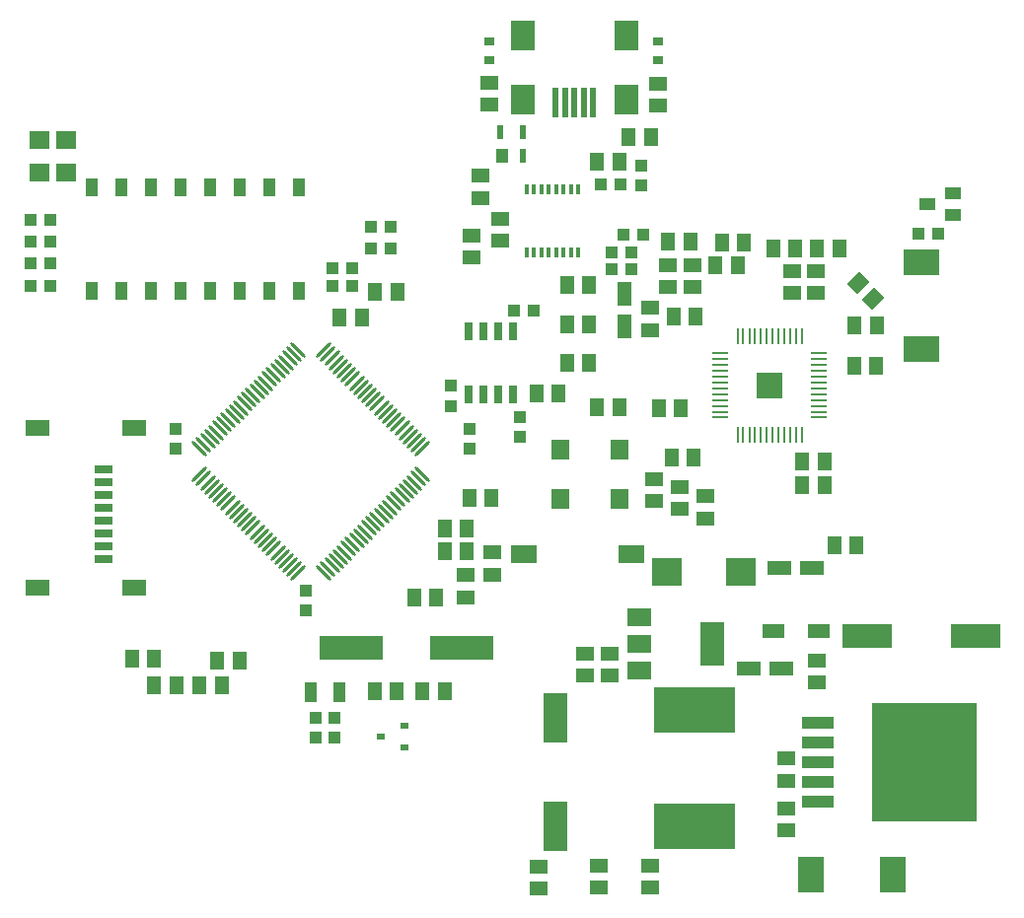
<source format=gtp>
G04 Layer_Color=8421504*
%FSLAX42Y42*%
%MOMM*%
G71*
G01*
G75*
%ADD10R,1.40X1.00*%
%ADD11R,0.70X0.60*%
%ADD12R,2.01X1.50*%
%ADD13R,2.01X3.81*%
%ADD14R,2.60X2.40*%
%ADD15R,1.50X1.30*%
%ADD16R,1.10X1.00*%
%ADD17R,1.30X1.50*%
G04:AMPARAMS|DCode=18|XSize=1.5mm|YSize=1.3mm|CornerRadius=0mm|HoleSize=0mm|Usage=FLASHONLY|Rotation=45.000|XOffset=0mm|YOffset=0mm|HoleType=Round|Shape=Rectangle|*
%AMROTATEDRECTD18*
4,1,4,-0.07,-0.99,-0.99,-0.07,0.07,0.99,0.99,0.07,-0.07,-0.99,0.0*
%
%ADD18ROTATEDRECTD18*%

%ADD19R,1.80X1.60*%
%ADD20R,1.00X1.10*%
%ADD21R,0.65X1.52*%
%ADD22R,0.60X2.50*%
%ADD23R,2.00X2.50*%
%ADD24R,0.99X1.30*%
%ADD25R,0.59X1.30*%
%ADD26R,2.18X1.60*%
%ADD27R,0.95X0.80*%
%ADD28R,1.20X2.00*%
%ADD29R,2.00X1.20*%
%ADD30R,5.50X2.00*%
%ADD31R,1.10X1.50*%
%ADD32R,1.95X1.25*%
%ADD33R,2.20X3.15*%
%ADD34R,8.94X10.16*%
%ADD35R,2.69X1.02*%
%ADD36R,1.47X0.28*%
%ADD37R,0.28X1.47*%
%ADD38R,2.21X2.21*%
%ADD39R,0.41X0.91*%
%ADD40R,1.60X1.80*%
%ADD41R,7.00X4.00*%
%ADD42R,4.30X2.10*%
%ADD43R,2.00X1.45*%
%ADD44R,1.50X0.80*%
%ADD45R,1.00X1.80*%
%ADD46R,3.10X2.30*%
%ADD47R,2.10X4.30*%
G04:AMPARAMS|DCode=48|XSize=0.3mm|YSize=1.8mm|CornerRadius=0mm|HoleSize=0mm|Usage=FLASHONLY|Rotation=225.000|XOffset=0mm|YOffset=0mm|HoleType=Round|Shape=Round|*
%AMOVALD48*
21,1,1.50,0.30,0.00,0.00,315.0*
1,1,0.30,-0.53,0.53*
1,1,0.30,0.53,-0.53*
%
%ADD48OVALD48*%

G04:AMPARAMS|DCode=49|XSize=0.3mm|YSize=1.8mm|CornerRadius=0mm|HoleSize=0mm|Usage=FLASHONLY|Rotation=135.000|XOffset=0mm|YOffset=0mm|HoleType=Round|Shape=Round|*
%AMOVALD49*
21,1,1.50,0.30,0.00,0.00,225.0*
1,1,0.30,0.53,0.53*
1,1,0.30,-0.53,-0.53*
%
%ADD49OVALD49*%

D10*
X8080Y6245D02*
D03*
Y6435D02*
D03*
X7860Y6340D02*
D03*
D11*
X3370Y1675D02*
D03*
Y1865D02*
D03*
X3170Y1770D02*
D03*
D12*
X5385Y2796D02*
D03*
Y2567D02*
D03*
Y2339D02*
D03*
D13*
X6015Y2570D02*
D03*
D14*
X6260Y3180D02*
D03*
X5620D02*
D03*
D15*
X5130Y2295D02*
D03*
Y2485D02*
D03*
X5040Y475D02*
D03*
Y665D02*
D03*
X4520Y465D02*
D03*
Y655D02*
D03*
X5480Y475D02*
D03*
Y665D02*
D03*
X6910Y2235D02*
D03*
Y2425D02*
D03*
X6900Y5770D02*
D03*
Y5580D02*
D03*
X6700Y5770D02*
D03*
Y5580D02*
D03*
X5510Y3790D02*
D03*
Y3980D02*
D03*
X5730Y3725D02*
D03*
Y3915D02*
D03*
X5950Y3645D02*
D03*
Y3835D02*
D03*
X5840Y5820D02*
D03*
Y5630D02*
D03*
X5630Y5820D02*
D03*
Y5630D02*
D03*
X6650Y1155D02*
D03*
Y965D02*
D03*
X6650Y1390D02*
D03*
Y1580D02*
D03*
X5550Y7375D02*
D03*
Y7185D02*
D03*
X4100Y7385D02*
D03*
Y7195D02*
D03*
X4190Y6025D02*
D03*
Y6215D02*
D03*
X3950Y6075D02*
D03*
Y5885D02*
D03*
X3900Y2965D02*
D03*
Y3155D02*
D03*
X4020Y6395D02*
D03*
Y6585D02*
D03*
X4920Y2295D02*
D03*
Y2485D02*
D03*
X4127Y3350D02*
D03*
Y3160D02*
D03*
X5480Y5450D02*
D03*
Y5260D02*
D03*
D16*
X7955Y6090D02*
D03*
X7785D02*
D03*
X2755Y5640D02*
D03*
X2925D02*
D03*
X2755Y5790D02*
D03*
X2925D02*
D03*
X3085Y5960D02*
D03*
X3255D02*
D03*
X3085Y6150D02*
D03*
X3255D02*
D03*
X335Y6210D02*
D03*
X165D02*
D03*
X335Y6020D02*
D03*
X165D02*
D03*
X335Y5830D02*
D03*
X165D02*
D03*
X335Y5640D02*
D03*
X165D02*
D03*
X5250Y6080D02*
D03*
X5420D02*
D03*
X5320Y5930D02*
D03*
X5150D02*
D03*
Y5780D02*
D03*
X5320D02*
D03*
X4315Y5430D02*
D03*
X4485D02*
D03*
X5225Y6510D02*
D03*
X5055D02*
D03*
D17*
X1225Y2210D02*
D03*
X1415D02*
D03*
X1225Y2440D02*
D03*
X1035D02*
D03*
X1805Y2210D02*
D03*
X1615D02*
D03*
X6095Y6010D02*
D03*
X6285D02*
D03*
X4765Y5310D02*
D03*
X4955D02*
D03*
X4765Y4980D02*
D03*
X4955D02*
D03*
X4765Y5650D02*
D03*
X4955D02*
D03*
X4505Y4720D02*
D03*
X4695D02*
D03*
X7420Y4950D02*
D03*
X7230D02*
D03*
X3455Y2960D02*
D03*
X3645D02*
D03*
X5295Y6920D02*
D03*
X5485D02*
D03*
X5215Y6710D02*
D03*
X5025D02*
D03*
X7250Y3415D02*
D03*
X7060D02*
D03*
X3715Y3360D02*
D03*
X3905D02*
D03*
X3715Y3560D02*
D03*
X3905D02*
D03*
X4120Y3820D02*
D03*
X3930D02*
D03*
X2815Y5370D02*
D03*
X3005D02*
D03*
X3310Y5590D02*
D03*
X3120D02*
D03*
X3115Y2160D02*
D03*
X3305D02*
D03*
X3525D02*
D03*
X3715D02*
D03*
X6975Y3930D02*
D03*
X6785D02*
D03*
X6975Y4130D02*
D03*
X6785D02*
D03*
X5680Y5380D02*
D03*
X5870D02*
D03*
X5555Y4590D02*
D03*
X5745D02*
D03*
X1955Y2420D02*
D03*
X1765D02*
D03*
X5025Y4600D02*
D03*
X5215D02*
D03*
X5665Y4170D02*
D03*
X5855D02*
D03*
X6725Y5960D02*
D03*
X6535D02*
D03*
X7425Y5300D02*
D03*
X7235D02*
D03*
X5635Y6020D02*
D03*
X5825D02*
D03*
X7105Y5960D02*
D03*
X6915D02*
D03*
X6040Y5820D02*
D03*
X6230D02*
D03*
D18*
X7397Y5533D02*
D03*
X7263Y5667D02*
D03*
D19*
X470Y6610D02*
D03*
Y6890D02*
D03*
X238Y6609D02*
D03*
Y6889D02*
D03*
D20*
X3770Y4780D02*
D03*
Y4610D02*
D03*
X2770Y1935D02*
D03*
Y1765D02*
D03*
X2610Y1935D02*
D03*
Y1765D02*
D03*
X5400Y6505D02*
D03*
Y6675D02*
D03*
X4360Y4510D02*
D03*
Y4340D02*
D03*
X3930Y4245D02*
D03*
Y4415D02*
D03*
X2527Y3020D02*
D03*
Y2850D02*
D03*
X1410Y4245D02*
D03*
Y4415D02*
D03*
D21*
X4300Y4709D02*
D03*
X4173D02*
D03*
X4046D02*
D03*
X3919D02*
D03*
Y5251D02*
D03*
X4046D02*
D03*
X4173D02*
D03*
X4300D02*
D03*
D22*
X4990Y7212D02*
D03*
X4910D02*
D03*
X4830D02*
D03*
X4750D02*
D03*
X4670D02*
D03*
D23*
X5275Y7242D02*
D03*
X4385D02*
D03*
X5275Y7787D02*
D03*
X4385D02*
D03*
D24*
X4214Y6757D02*
D03*
D25*
X4386D02*
D03*
Y6962D02*
D03*
X4194D02*
D03*
D26*
X5320Y3340D02*
D03*
X4400D02*
D03*
D27*
X4100Y7580D02*
D03*
Y7740D02*
D03*
X5550Y7580D02*
D03*
Y7740D02*
D03*
D28*
X5260Y5290D02*
D03*
Y5570D02*
D03*
D29*
X6870Y3220D02*
D03*
X6590D02*
D03*
X6610Y2350D02*
D03*
X6330D02*
D03*
D30*
X3865Y2530D02*
D03*
X2915D02*
D03*
D31*
X2466Y6490D02*
D03*
X2212D02*
D03*
X1958D02*
D03*
X1704D02*
D03*
X1450D02*
D03*
X1196D02*
D03*
X942Y5600D02*
D03*
X1196D02*
D03*
X688D02*
D03*
X1958D02*
D03*
X2466D02*
D03*
X688Y6490D02*
D03*
X942D02*
D03*
X2212Y5600D02*
D03*
X1450D02*
D03*
X1704D02*
D03*
D32*
X6538Y2677D02*
D03*
X6928D02*
D03*
D33*
X6860Y582D02*
D03*
X7560D02*
D03*
D34*
X7838Y1550D02*
D03*
D35*
X6918Y1210D02*
D03*
Y1380D02*
D03*
Y1550D02*
D03*
Y1720D02*
D03*
Y1890D02*
D03*
D36*
X6927Y4511D02*
D03*
Y4559D02*
D03*
Y4610D02*
D03*
Y4661D02*
D03*
Y4709D02*
D03*
Y4760D02*
D03*
Y4811D02*
D03*
Y4861D02*
D03*
Y4910D02*
D03*
Y4961D02*
D03*
Y5011D02*
D03*
Y5060D02*
D03*
X6084D02*
D03*
Y5011D02*
D03*
Y4961D02*
D03*
Y4910D02*
D03*
Y4861D02*
D03*
Y4811D02*
D03*
Y4760D02*
D03*
Y4709D02*
D03*
Y4661D02*
D03*
Y4610D02*
D03*
Y4559D02*
D03*
Y4511D02*
D03*
D37*
X6780Y5207D02*
D03*
X6732D02*
D03*
X6681D02*
D03*
X6630D02*
D03*
X6582D02*
D03*
X6531D02*
D03*
X6480D02*
D03*
X6430D02*
D03*
X6381D02*
D03*
X6331D02*
D03*
X6280D02*
D03*
X6232D02*
D03*
Y4364D02*
D03*
X6280D02*
D03*
X6331D02*
D03*
X6381D02*
D03*
X6430D02*
D03*
X6480D02*
D03*
X6531D02*
D03*
X6582D02*
D03*
X6630D02*
D03*
X6681D02*
D03*
X6732D02*
D03*
X6780D02*
D03*
D38*
X6506Y4785D02*
D03*
D39*
X4418Y6472D02*
D03*
X4481D02*
D03*
X4545D02*
D03*
X4608D02*
D03*
X4672D02*
D03*
X4735D02*
D03*
X4799D02*
D03*
X4862D02*
D03*
Y5928D02*
D03*
X4799D02*
D03*
X4735D02*
D03*
X4672D02*
D03*
X4608D02*
D03*
X4545D02*
D03*
X4481D02*
D03*
X4418D02*
D03*
D40*
X4706Y4230D02*
D03*
X5214D02*
D03*
Y3810D02*
D03*
X4706D02*
D03*
D41*
X5860Y1000D02*
D03*
Y2000D02*
D03*
D42*
X8270Y2630D02*
D03*
X7340D02*
D03*
D43*
X220Y4420D02*
D03*
Y3045D02*
D03*
X1050D02*
D03*
Y4420D02*
D03*
D44*
X790Y3292D02*
D03*
Y3403D02*
D03*
Y3512D02*
D03*
Y3622D02*
D03*
Y3733D02*
D03*
Y3842D02*
D03*
Y3953D02*
D03*
Y4062D02*
D03*
D45*
X2815Y2150D02*
D03*
X2565D02*
D03*
D46*
X7810Y5100D02*
D03*
Y5840D02*
D03*
D47*
X4670Y998D02*
D03*
Y1927D02*
D03*
D48*
X2680Y3172D02*
D03*
X2715Y3207D02*
D03*
X2750Y3243D02*
D03*
X2786Y3278D02*
D03*
X2821Y3313D02*
D03*
X2856Y3349D02*
D03*
X2892Y3384D02*
D03*
X2927Y3419D02*
D03*
X2962Y3455D02*
D03*
X2998Y3490D02*
D03*
X3033Y3525D02*
D03*
X3069Y3561D02*
D03*
X3104Y3596D02*
D03*
X3139Y3631D02*
D03*
X3175Y3667D02*
D03*
X3210Y3702D02*
D03*
X3245Y3738D02*
D03*
X3281Y3773D02*
D03*
X3316Y3808D02*
D03*
X3351Y3844D02*
D03*
X3387Y3879D02*
D03*
X3422Y3914D02*
D03*
X3457Y3950D02*
D03*
X3493Y3985D02*
D03*
X3528Y4020D02*
D03*
X2460Y5088D02*
D03*
X2425Y5053D02*
D03*
X2390Y5017D02*
D03*
X2354Y4982D02*
D03*
X2319Y4947D02*
D03*
X2284Y4911D02*
D03*
X2248Y4876D02*
D03*
X2213Y4841D02*
D03*
X2178Y4805D02*
D03*
X2142Y4770D02*
D03*
X2107Y4735D02*
D03*
X2071Y4699D02*
D03*
X2036Y4664D02*
D03*
X2001Y4629D02*
D03*
X1965Y4593D02*
D03*
X1930Y4558D02*
D03*
X1895Y4522D02*
D03*
X1859Y4487D02*
D03*
X1824Y4452D02*
D03*
X1789Y4416D02*
D03*
X1753Y4381D02*
D03*
X1718Y4346D02*
D03*
X1683Y4310D02*
D03*
X1647Y4275D02*
D03*
X1612Y4240D02*
D03*
D49*
X3528Y4240D02*
D03*
X3493Y4275D02*
D03*
X3457Y4310D02*
D03*
X3422Y4346D02*
D03*
X3387Y4381D02*
D03*
X3351Y4416D02*
D03*
X3316Y4452D02*
D03*
X3281Y4487D02*
D03*
X3245Y4522D02*
D03*
X3210Y4558D02*
D03*
X3175Y4593D02*
D03*
X3139Y4629D02*
D03*
X3104Y4664D02*
D03*
X3069Y4699D02*
D03*
X3033Y4735D02*
D03*
X2998Y4770D02*
D03*
X2962Y4805D02*
D03*
X2927Y4841D02*
D03*
X2892Y4876D02*
D03*
X2856Y4911D02*
D03*
X2821Y4947D02*
D03*
X2786Y4982D02*
D03*
X2750Y5017D02*
D03*
X2715Y5053D02*
D03*
X2680Y5088D02*
D03*
X1612Y4020D02*
D03*
X1647Y3985D02*
D03*
X1683Y3950D02*
D03*
X1718Y3914D02*
D03*
X1753Y3879D02*
D03*
X1789Y3844D02*
D03*
X1824Y3808D02*
D03*
X1859Y3773D02*
D03*
X1895Y3738D02*
D03*
X1930Y3702D02*
D03*
X1965Y3667D02*
D03*
X2001Y3631D02*
D03*
X2036Y3596D02*
D03*
X2071Y3561D02*
D03*
X2107Y3525D02*
D03*
X2142Y3490D02*
D03*
X2178Y3455D02*
D03*
X2213Y3419D02*
D03*
X2248Y3384D02*
D03*
X2284Y3349D02*
D03*
X2319Y3313D02*
D03*
X2354Y3278D02*
D03*
X2390Y3243D02*
D03*
X2425Y3207D02*
D03*
X2460Y3172D02*
D03*
M02*

</source>
